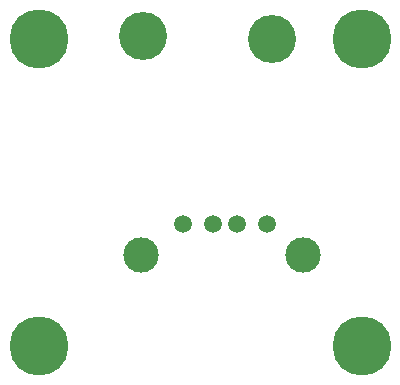
<source format=gbr>
G04 #@! TF.FileFunction,Soldermask,Bot*
%FSLAX46Y46*%
G04 Gerber Fmt 4.6, Leading zero omitted, Abs format (unit mm)*
G04 Created by KiCad (PCBNEW (2015-07-31 BZR 6030)-product) date Sat Sep 12 09:46:02 2015*
%MOMM*%
G01*
G04 APERTURE LIST*
%ADD10C,0.100000*%
%ADD11C,5.000000*%
%ADD12C,1.501140*%
%ADD13C,2.999740*%
%ADD14C,4.064000*%
G04 APERTURE END LIST*
D10*
D11*
X130811800Y-46265400D03*
X130811800Y-72300400D03*
X158116800Y-72300400D03*
D12*
X150127800Y-61935400D03*
X147587800Y-61935400D03*
X145555800Y-61935400D03*
X143015800Y-61935400D03*
D13*
X153175800Y-64602400D03*
X139459800Y-64602400D03*
D14*
X150496800Y-46265400D03*
X139586800Y-46060400D03*
D11*
X158116800Y-46265400D03*
M02*

</source>
